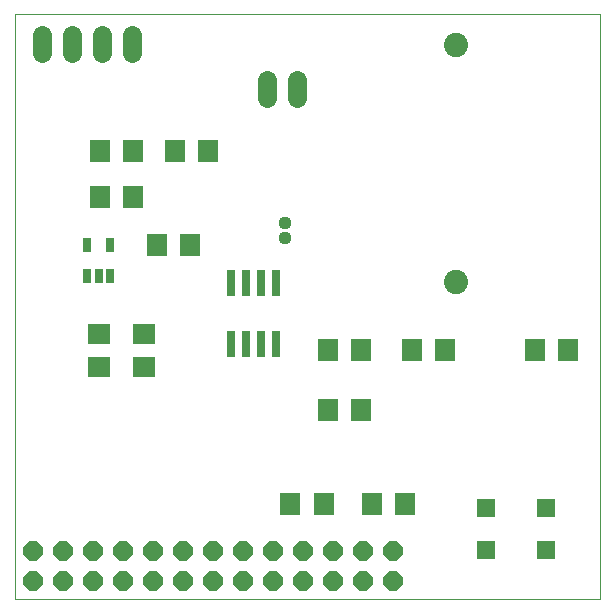
<source format=gts>
G75*
%MOIN*%
%OFA0B0*%
%FSLAX25Y25*%
%IPPOS*%
%LPD*%
%AMOC8*
5,1,8,0,0,1.08239X$1,22.5*
%
%ADD10C,0.00000*%
%ADD11OC8,0.06400*%
%ADD12R,0.06699X0.07498*%
%ADD13C,0.06400*%
%ADD14C,0.08077*%
%ADD15R,0.06699X0.07487*%
%ADD16R,0.02800X0.09100*%
%ADD17R,0.02565X0.05124*%
%ADD18R,0.07487X0.06699*%
%ADD19R,0.07498X0.06699*%
%ADD20R,0.06306X0.06306*%
%ADD21C,0.04369*%
D10*
X0001800Y0001800D02*
X0001800Y0196800D01*
X0196800Y0196800D01*
X0196800Y0001800D01*
X0001800Y0001800D01*
D11*
X0007800Y0007800D03*
X0007800Y0017800D03*
X0017800Y0017800D03*
X0017800Y0007800D03*
X0027800Y0007800D03*
X0027800Y0017800D03*
X0037800Y0017800D03*
X0037800Y0007800D03*
X0047800Y0007800D03*
X0047800Y0017800D03*
X0057800Y0017800D03*
X0057800Y0007800D03*
X0067800Y0007800D03*
X0067800Y0017800D03*
X0077800Y0017800D03*
X0077800Y0007800D03*
X0087800Y0007800D03*
X0087800Y0017800D03*
X0097800Y0017800D03*
X0097800Y0007800D03*
X0107800Y0007800D03*
X0107800Y0017800D03*
X0117800Y0017800D03*
X0117800Y0007800D03*
X0127800Y0007800D03*
X0127800Y0017800D03*
D12*
X0131998Y0033600D03*
X0120802Y0033600D03*
X0104798Y0033600D03*
X0093602Y0033600D03*
X0106202Y0064800D03*
X0117398Y0064800D03*
X0134202Y0084800D03*
X0145398Y0084800D03*
X0060398Y0119800D03*
X0049202Y0119800D03*
X0041398Y0135900D03*
X0030202Y0135900D03*
X0030202Y0151400D03*
X0041398Y0151400D03*
D13*
X0040800Y0183800D02*
X0040800Y0189800D01*
X0030800Y0189800D02*
X0030800Y0183800D01*
X0020800Y0183800D02*
X0020800Y0189800D01*
X0010800Y0189800D02*
X0010800Y0183800D01*
X0085800Y0174800D02*
X0085800Y0168800D01*
X0095800Y0168800D02*
X0095800Y0174800D01*
D14*
X0148800Y0186454D03*
X0148800Y0107713D03*
D15*
X0175288Y0084800D03*
X0186312Y0084800D03*
X0117312Y0084800D03*
X0106288Y0084800D03*
X0066312Y0151400D03*
X0055288Y0151400D03*
D16*
X0073900Y0107400D03*
X0078900Y0107400D03*
X0083900Y0107400D03*
X0088900Y0107400D03*
X0088900Y0086800D03*
X0083900Y0086800D03*
X0078900Y0086800D03*
X0073900Y0086800D03*
D17*
X0033540Y0109681D03*
X0029800Y0109681D03*
X0026060Y0109681D03*
X0026060Y0119919D03*
X0033540Y0119919D03*
D18*
X0029800Y0090312D03*
X0029800Y0079288D03*
D19*
X0045000Y0079202D03*
X0045000Y0090398D03*
D20*
X0158800Y0032090D03*
X0158800Y0018310D03*
X0178900Y0018310D03*
X0178900Y0032090D03*
D21*
X0091800Y0122235D03*
X0091800Y0127365D03*
M02*

</source>
